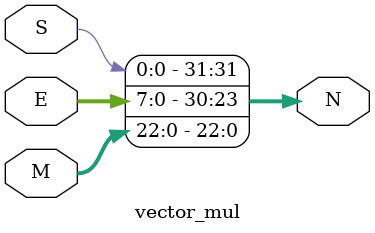
<source format=v>
module vector_mul
(
    input           S,              // --> sign
    input   [07:0]  E,              // --> Exponent
    input   [22:0]  M,              // --> Mantissa
    output  [31:0]  N               // --> out vector
);
    
assign N = {S,E,M};

endmodule //vector_mul

</source>
